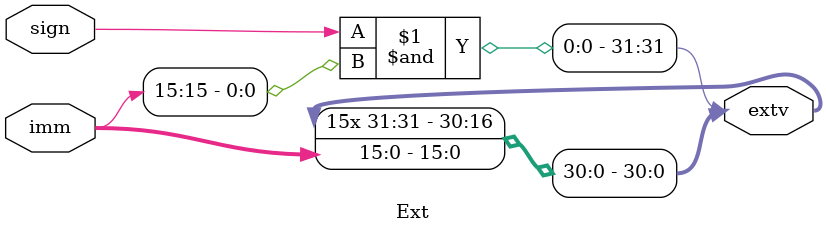
<source format=v>
`timescale 1ns / 1ps

module Ext #(parameter width = 16)
            (imm,
             sign,
             extv);
    
    input  [width - 1 : 0] imm;
    input                    sign;
    output [width*2 - 1 : 0] extv;
    
    assign extv[width*2 - 1: width] = { width{sign & imm[width-1]} };
    assign extv[width - 1:0]        = imm;
endmodule

</source>
